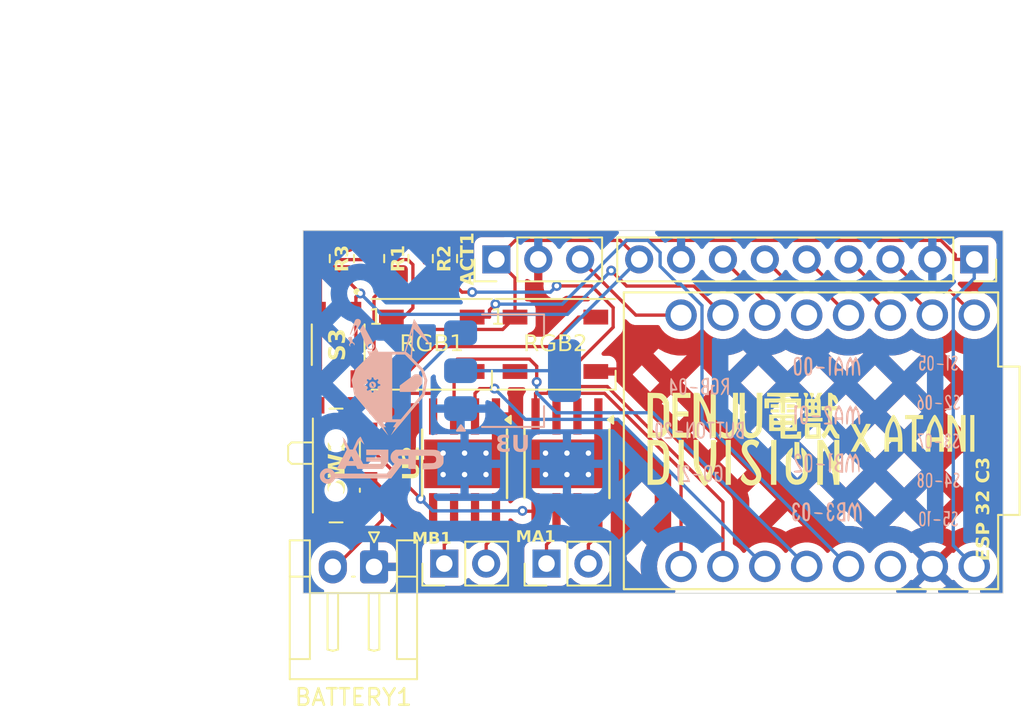
<source format=kicad_pcb>
(kicad_pcb (version 20240108) (generator "pcbnew") (generator_version "8.0")
  (layers (0 "F.Cu" signal) (31 "B.Cu" signal) (34 "B.Paste" user) (35 "F.Paste" user) (36 "B.SilkS" user "B.Silkscreen") (37 "F.SilkS" user "F.Silkscreen") (38 "B.Mask" user) (39 "F.Mask" user) (44 "Edge.Cuts" user))
  (net 0 "")
  (net 1 "Net-(U1-ILIM)")
  (net 2 "MAI2")
  (net 3 "VM")
  (net 4 "MAI1")
  (net 5 "MBI1")
  (net 6 "MBI2")
  (net 7 "Net-(BATTERY1-Pin_2)")
  (net 8 "MAO1")
  (net 9 "Net-(U2-ILIM)")
  (net 10 "MAO2")
  (net 11 "MBO2")
  (net 12 "MBO1")
  (net 13 "GO")
  (net 14 "GND")
  (net 15 "Vcc")
  (net 17 "BUTTON")
  (net 18 "RGB")
  (net 19 "S3")
  (net 20 "S4")
  (net 21 "S2")
  (net 22 "S5")
  (net 23 "S1")
  (net 24 "Net-(RGB1-DOUT)")
  (footprint "Package_SO:Texas_HTSOP-8-1EP_3.9x4.9mm_P1.27mm_EP2.95x4.9mm_Mask2.4x3.1mm_ThermalVias" (layer "F.Cu") (at 172.3 110.65 -90)
    (property "Reference" "U1" (hide yes))
    (property "Value" "DRV8871DDA")
    (pad "1" smd rect (at -2.875 -1.905 270) (size 2.2 0.5) (layers "F.Cu" "F.Paste" "F.Mask") (net 14 "GND"))
    (pad "2" smd rect (at -2.875 -0.635 270) (size 2.2 0.5) (layers "F.Cu" "F.Paste" "F.Mask") (net 4 "MAI1"))
    (pad "3" smd rect (at -2.875 0.635 270) (size 2.2 0.5) (layers "F.Cu" "F.Paste" "F.Mask") (net 2 "MAI2"))
    (pad "4" smd rect (at -2.875 1.905 270) (size 2.2 0.5) (layers "F.Cu" "F.Paste" "F.Mask") (net 1 "Net-(U1-ILIM)"))
    (pad "5" smd rect (at 2.875 1.905 270) (size 2.2 0.5) (layers "F.Cu" "F.Paste" "F.Mask") (net 3 "VM"))
    (pad "6" smd rect (at 2.875 0.635 270) (size 2.2 0.5) (layers "F.Cu" "F.Paste" "F.Mask") (net 8 "MAO1"))
    (pad "7" smd rect (at 2.875 -0.635 270) (size 2.2 0.5) (layers "F.Cu" "F.Paste" "F.Mask") (net 14 "GND"))
    (pad "8" smd rect (at 2.875 -1.905 270) (size 2.2 0.5) (layers "F.Cu" "F.Paste" "F.Mask") (net 10 "MAO2"))
    (pad "9" thru_hole circle (at -0.65 -1.3 270) (size 0.63 0.63) (drill 0.33) (layers "*.Cu" "*.Mask") (net 14 "GND"))
    (pad "9" thru_hole circle (at -0.65 0 270) (size 0.63 0.63) (drill 0.33) (layers "*.Cu" "*.Mask") (net 14 "GND"))
    (pad "9" thru_hole circle (at -0.65 1.3 270) (size 0.63 0.63) (drill 0.33) (layers "*.Cu" "*.Mask") (net 14 "GND"))
    (pad "9" smd rect (at 0 0 270) (size 2.6 3.3) (layers "B.Cu") (net 14 "GND"))
    (pad "9" smd rect (at 0 0 270) (size 2.95 4.9) (layers "F.Cu") (net 14 "GND"))
    (pad "9" thru_hole circle (at 0.65 -1.3 270) (size 0.63 0.63) (drill 0.33) (layers "*.Cu" "*.Mask") (net 14 "GND"))
    (pad "9" thru_hole circle (at 0.65 0 270) (size 0.63 0.63) (drill 0.33) (layers "*.Cu" "*.Mask") (net 14 "GND"))
    (pad "9" thru_hole circle (at 0.65 1.3 270) (size 0.63 0.63) (drill 0.33) (layers "*.Cu" "*.Mask") (net 14 "GND"))
  )
  (footprint "ESP32_C3_SM:SW_SKRPABE010" (layer "F.Cu") (at 158.425 103.425 -90)
    (property "Reference" "S3" (at 0 0 90) (layer "F.SilkS") (effects (font (thickness 0.1) (bold yes))))
    (property "Value" "SKRPABE010" (hide yes))
    (pad "1" smd rect (at -2.075 -1.075 270) (size 1.05 0.65) (layers "F.Cu" "F.Paste" "F.Mask") (net 17 "BUTTON"))
    (pad "2" smd rect (at 2.075 -1.075 270) (size 1.05 0.65) (layers "F.Cu" "F.Paste" "F.Mask") (net 17 "BUTTON"))
    (pad "3" smd rect (at -2.075 1.075 270) (size 1.05 0.65) (layers "F.Cu" "F.Paste" "F.Mask") (net 15 "Vcc"))
    (pad "4" smd rect (at 2.075 1.075 270) (size 1.05 0.65) (layers "F.Cu" "F.Paste" "F.Mask") (net 15 "Vcc"))
  )
  (footprint "LED_SMD:LED_WS2812B_PLCC4_5.0x5.0mm_P3.2mm" (layer "F.Cu") (at 171.6 103.4)
    (property "Reference" "RGB2" (at 0 0 0) (layer "F.SilkS"))
    (property "Value" "WS2812B")
    (fp_text user "1" (at -3.5 -1.6 0) (layer "F.SilkS"))
    (pad "1" smd rect (at -2.45 -1.65) (size 1.5 0.9) (layers "F.Cu" "F.Paste" "F.Mask") (net 15 "Vcc"))
    (pad "2" smd rect (at -2.45 1.65) (size 1.5 0.9) (layers "F.Cu" "F.Paste" "F.Mask"))
    (pad "3" smd rect (at 2.45 1.65) (size 1.5 0.9) (layers "F.Cu" "F.Paste" "F.Mask") (net 14 "GND"))
    (pad "4" smd rect (at 2.45 -1.65) (size 1.5 0.9) (layers "F.Cu" "F.Paste" "F.Mask") (net 24 "Net-(RGB1-DOUT)"))
  )
  (footprint "Connector_PinHeader_2.54mm:PinHeader_1x02_P2.54mm_Vertical" (layer "F.Cu") (at 171.06 116.7 90)
    (property "Reference" "MA1" (at 1.6 -0.66 0) (layer "F.SilkS") (effects (font (size 0.7 0.7) (thickness 0.175) (bold yes))))
    (property "Value" "Conn_01x02_Pin" (hide yes))
    (pad "1" thru_hole rect (at 0 0 90) (size 1.7 1.7) (drill 1) (layers "*.Cu" "*.Mask") (net 8 "MAO1"))
    (pad "2" thru_hole oval (at 0 2.54 90) (size 1.7 1.7) (drill 1) (layers "*.Cu" "*.Mask") (net 10 "MAO2"))
  )
  (footprint "Connector_PinHeader_2.54mm:PinHeader_1x02_P2.54mm_Vertical" (layer "F.Cu") (at 164.86 116.7 90)
    (property "Reference" "MB1" (at 1.5 -0.76 0) (layer "F.SilkS") (effects (font (size 0.7 0.7) (thickness 0.175) (bold yes))))
    (property "Value" "Conn_01x02_Pin" (hide yes))
    (pad "1" thru_hole rect (at 0 0 90) (size 1.7 1.7) (drill 1) (layers "*.Cu" "*.Mask") (net 12 "MBO1"))
    (pad "2" thru_hole oval (at 0 2.54 90) (size 1.7 1.7) (drill 1) (layers "*.Cu" "*.Mask") (net 11 "MBO2"))
  )
  (footprint "Package_SO:Texas_HTSOP-8-1EP_3.9x4.9mm_P1.27mm_EP2.95x4.9mm_Mask2.4x3.1mm_ThermalVias" (layer "F.Cu") (at 166.09 110.65 -90)
    (property "Reference" "U2" (at -0.05 3.19 90) (layer "F.SilkS") (effects (font (thickness 0.2) (bold yes))))
    (property "Value" "DRV8871DDA")
    (pad "1" smd rect (at -2.875 -1.905 270) (size 2.2 0.5) (layers "F.Cu" "F.Paste" "F.Mask") (net 14 "GND"))
    (pad "2" smd rect (at -2.875 -0.635 270) (size 2.2 0.5) (layers "F.Cu" "F.Paste" "F.Mask") (net 5 "MBI1"))
    (pad "3" smd rect (at -2.875 0.635 270) (size 2.2 0.5) (layers "F.Cu" "F.Paste" "F.Mask") (net 6 "MBI2"))
    (pad "4" smd rect (at -2.875 1.905 270) (size 2.2 0.5) (layers "F.Cu" "F.Paste" "F.Mask") (net 9 "Net-(U2-ILIM)"))
    (pad "5" smd rect (at 2.875 1.905 270) (size 2.2 0.5) (layers "F.Cu" "F.Paste" "F.Mask") (net 3 "VM"))
    (pad "6" smd rect (at 2.875 0.635 270) (size 2.2 0.5) (layers "F.Cu" "F.Paste" "F.Mask") (net 12 "MBO1"))
    (pad "7" smd rect (at 2.875 -0.635 270) (size 2.2 0.5) (layers "F.Cu" "F.Paste" "F.Mask") (net 14 "GND"))
    (pad "8" smd rect (at 2.875 -1.905 270) (size 2.2 0.5) (layers "F.Cu" "F.Paste" "F.Mask") (net 11 "MBO2"))
    (pad "9" thru_hole circle (at -0.65 -1.3 270) (size 0.63 0.63) (drill 0.33) (layers "*.Cu" "*.Mask") (net 14 "GND"))
    (pad "9" thru_hole circle (at -0.65 0 270) (size 0.63 0.63) (drill 0.33) (layers "*.Cu" "*.Mask") (net 14 "GND"))
    (pad "9" thru_hole circle (at -0.65 1.3 270) (size 0.63 0.63) (drill 0.33) (layers "*.Cu" "*.Mask") (net 14 "GND"))
    (pad "9" smd rect (at 0 0 270) (size 2.6 3.3) (layers "B.Cu") (net 14 "GND"))
    (pad "9" smd rect (at 0 0 270) (size 2.95 4.9) (layers "F.Cu") (net 14 "GND"))
    (pad "9" thru_hole circle (at 0.65 -1.3 270) (size 0.63 0.63) (drill 0.33) (layers "*.Cu" "*.Mask") (net 14 "GND"))
    (pad "9" thru_hole circle (at 0.65 0 270) (size 0.63 0.63) (drill 0.33) (layers "*.Cu" "*.Mask") (net 14 "GND"))
    (pad "9" thru_hole circle (at 0.65 1.3 270) (size 0.63 0.63) (drill 0.33) (layers "*.Cu" "*.Mask") (net 14 "GND"))
  )
  (footprint "LOGO" (layer "F.Cu") (at 187.1 109.1)
    (property "Reference" "G***" (hide yes))
    (property "Value" "LOGO" (hide yes))
  )
  (footprint "Resistor_SMD:R_0805_2012Metric_Pad1.20x1.40mm_HandSolder" (layer "F.Cu") (at 164.9 98.2 90)
    (property "Reference" "R2" (at 0 0 -90) (layer "F.SilkS") (effects (font (size 0.8 0.8) (thickness 0.2) (bold yes))))
    (property "Value" "R")
    (pad "1" smd roundrect (at -1 0 90) (size 1.2 1.4) (layers "F.Cu" "F.Paste" "F.Mask") (roundrect_rratio 0.208333) (net 1 "Net-(U1-ILIM)"))
    (pad "2" smd roundrect (at 1 0 90) (size 1.2 1.4) (layers "F.Cu" "F.Paste" "F.Mask") (roundrect_rratio 0.208333) (net 14 "GND"))
  )
  (footprint "Resistor_SMD:R_0805_2012Metric_Pad1.20x1.40mm_HandSolder" (layer "F.Cu") (at 161.95 98.2 90)
    (property "Reference" "R1" (at 0 0.15 -90) (layer "F.SilkS") (effects (font (size 0.8 0.8) (thickness 0.16) (bold yes))))
    (property "Value" "R")
    (pad "1" smd roundrect (at -1 0 90) (size 1.2 1.4) (layers "F.Cu" "F.Paste" "F.Mask") (roundrect_rratio 0.208333) (net 9 "Net-(U2-ILIM)"))
    (pad "2" smd roundrect (at 1 0 90) (size 1.2 1.4) (layers "F.Cu" "F.Paste" "F.Mask") (roundrect_rratio 0.208333) (net 14 "GND"))
  )
  (footprint "Button_Switch_SMD:SW_SPDT_PCM12" (layer "F.Cu") (at 158.62 110.75 -90)
    (property "Reference" "SW1" (at 0.05 0.22 90) (layer "F.SilkS") (effects (font (thickness 0.2) (bold yes))))
    (property "Value" "SW_SPDT" (hide yes))
    (pad "" smd rect (at -3.65 -0.78 270) (size 1 0.8) (layers "F.Cu" "F.Paste" "F.Mask"))
    (pad "" smd rect (at -3.65 1.43 270) (size 1 0.8) (layers "F.Cu" "F.Paste" "F.Mask"))
    (pad "" np_thru_hole circle (at -1.5 0.33 270) (size 0.9 0.9) (drill 0.9) (layers "*.Cu" "*.Mask"))
    (pad "" np_thru_hole circle (at 1.5 0.33 270) (size 0.9 0.9) (drill 0.9) (layers "*.Cu" "*.Mask"))
    (pad "" smd rect (at 3.65 -0.78 270) (size 1 0.8) (layers "F.Cu" "F.Paste" "F.Mask"))
    (pad "" smd rect (at 3.65 1.43 270) (size 1 0.8) (layers "F.Cu" "F.Paste" "F.Mask"))
    (pad "1" smd rect (at -2.25 -1.43 270) (size 0.7 1.5) (layers "F.Cu" "F.Paste" "F.Mask") (net 3 "VM"))
    (pad "2" smd rect (at 0.75 -1.43 270) (size 0.7 1.5) (layers "F.Cu" "F.Paste" "F.Mask") (net 7 "Net-(BATTERY1-Pin_2)"))
    (pad "3" smd rect (at 2.25 -1.43 270) (size 0.7 1.5) (layers "F.Cu" "F.Paste" "F.Mask"))
  )
  (footprint "Resistor_SMD:R_0805_2012Metric_Pad1.20x1.40mm_HandSolder" (layer "F.Cu") (at 158.65 98.2 90)
    (property "Reference" "R3" (at 0 0.05 -90) (layer "F.SilkS") (effects (font (size 0.8 0.8) (thickness 0.16) (bold yes))))
    (property "Value" "R")
    (pad "1" smd roundrect (at -1 0 90) (size 1.2 1.4) (layers "F.Cu" "F.Paste" "F.Mask") (roundrect_rratio 0.208333) (net 17 "BUTTON"))
    (pad "2" smd roundrect (at 1 0 90) (size 1.2 1.4) (layers "F.Cu" "F.Paste" "F.Mask") (roundrect_rratio 0.208333) (net 14 "GND"))
  )
  (footprint "Connector_JST:JST_EH_S2B-EH_1x02_P2.50mm_Horizontal" (layer "F.Cu") (at 160.6 116.9 180)
    (property "Reference" "BATTERY1" (at 1.25 -7.9 180) (layer "F.SilkS"))
    (property "Value" "Conn_01x02_Pin" (hide yes))
    (pad "1" thru_hole roundrect (at 0 0 180) (size 1.7 2) (drill 1) (layers "*.Cu" "*.Mask") (roundrect_rratio 0.147059) (net 14 "GND"))
    (pad "2" thru_hole oval (at 2.5 0 180) (size 1.7 2) (drill 1) (layers "*.Cu" "*.Mask") (net 7 "Net-(BATTERY1-Pin_2)"))
  )
  (footprint "ESP32_C3_SM:MODULE_ESP32-C3_SUPERMINI" (layer "F.Cu") (at 187.1 109.25 -90)
    (property "Reference" "ESP 32 C3" (at 4.15 -10.475 90) (layer "F.SilkS") (effects (font (size 0.8 0.8) (thickness 0.16) (bold yes))))
    (property "Value" "ESP32-C3_SUPERMINI" (hide yes))
    (pad "0" thru_hole circle (at 7.62 7.88 270) (size 1.905 1.905) (drill 1.27) (layers "*.Cu" "*.Mask") (net 4 "MAI1"))
    (pad "1" thru_hole circle (at 7.62 5.34 270) (size 1.905 1.905) (drill 1.27) (layers "*.Cu" "*.Mask") (net 2 "MAI2"))
    (pad "2" thru_hole circle (at 7.62 2.8 270) (size 1.905 1.905) (drill 1.27) (layers "*.Cu" "*.Mask") (net 5 "MBI1"))
    (pad "3" thru_hole circle (at 7.62 0.26 270) (size 1.905 1.905) (drill 1.27) (layers "*.Cu" "*.Mask") (net 6 "MBI2"))
    (pad "3.3" thru_hole circle (at 7.62 -4.82 270) (size 1.905 1.905) (drill 1.27) (layers "*.Cu" "*.Mask"))
    (pad "4" thru_hole circle (at 7.62 -2.28 270) (size 1.905 1.905) (drill 1.27) (layers "*.Cu" "*.Mask") (net 18 "RGB"))
    (pad "5" thru_hole circle (at -7.62 -9.9 270) (size 1.905 1.905) (drill 1.27) (layers "*.Cu" "*.Mask") (net 23 "S1"))
    (pad "5V" thru_hole circle (at 7.62 -9.9 270) (size 1.905 1.905) (drill 1.27) (layers "*.Cu" "*.Mask") (net 15 "Vcc"))
    (pad "6" thru_hole circle (at -7.62 -7.36 270) (size 1.905 1.905) (drill 1.27) (layers "*.Cu" "*.Mask") (net 21 "S2"))
    (pad "7" thru_hole circle (at -7.62 -4.82 270) (size 1.905 1.905) (drill 1.27) (layers "*.Cu" "*.Mask") (net 19 "S3"))
    (pad "8" thru_hole circle (at -7.62 -2.28 270) (size 1.905 1.905) (drill 1.27) (layers "*.Cu" "*.Mask") (net 20 "S4"))
    (pad "9" thru_hole circle (at -7.62 0.26 270) (size 1.905 1.905) (drill 1.27) (layers "*.Cu" "*.Mask"))
    (pad "10" thru_hole circle (at -7.62 2.8 270) (size 1.905 1.905) (drill 1.27) (layers "*.Cu" "*.Mask") (net 22 "S5"))
    (pad "20" thru_hole circle (at -7.62 5.34 270) (size 1.905 1.905) (drill 1.27) (layers "*.Cu" "*.Mask") (net 17 "BUTTON"))
    (pad "21" thru_hole circle (at -7.62 7.88 270) (size 1.905 1.905) (drill 1.27) (layers "*.Cu" "*.Mask") (net 13 "GO"))
    (pad "G" thru_hole circle (at 7.62 -7.36 270) (size 1.905 1.905) (drill 1.27) (layers "*.Cu" "*.Mask") (net 14 "GND"))
  )
  (footprint "Connector_PinHeader_2.54mm:PinHeader_1x03_P2.54mm_Vertical" (layer "F.Cu") (at 168.02 98.25 90)
    (property "Reference" "ACT1" (at 0.025 -1.72 -90) (layer "F.SilkS") (effects (font (size 0.8 0.8) (thickness 0.16) (bold yes))))
    (property "Value" "Conn_01x03_Pin" (hide yes))
    (pad "1" thru_hole rect (at 0 0 90) (size 1.7 1.7) (drill 1) (layers "*.Cu" "*.Mask") (net 15 "Vcc"))
    (pad "2" thru_hole oval (at 0 2.54 90) (size 1.7 1.7) (drill 1) (layers "*.Cu" "*.Mask") (net 14 "GND"))
    (pad "3" thru_hole oval (at 0 5.08 90) (size 1.7 1.7) (drill 1) (layers "*.Cu" "*.Mask") (net 13 "GO"))
  )
  (footprint "Connector_PinSocket_2.54mm:PinSocket_1x09_P2.54mm_Vertical" (layer "F.Cu") (at 197 98.25 -90)
    (property "Reference" "J1" (hide yes))
    (property "Value" "Conn_01x09_Pin" (hide yes))
    (pad "1" thru_hole rect (at 0 0 270) (size 1.7 1.7) (drill 1) (layers "*.Cu" "*.Mask") (net 15 "Vcc"))
    (pad "2" thru_hole oval (at 0 2.54 270) (size 1.7 1.7) (drill 1) (layers "*.Cu" "*.Mask") (net 14 "GND"))
    (pad "3" thru_hole oval (at 0 5.08 270) (size 1.7 1.7) (drill 1) (layers "*.Cu" "*.Mask") (net 23 "S1"))
    (pad "4" thru_hole oval (at 0 7.62 270) (size 1.7 1.7) (drill 1) (layers "*.Cu" "*.Mask") (net 21 "S2"))
    (pad "5" thru_hole oval (at 0 10.16 270) (size 1.7 1.7) (drill 1) (layers "*.Cu" "*.Mask") (net 19 "S3"))
    (pad "6" thru_hole oval (at 0 12.7 270) (size 1.7 1.7) (drill 1) (layers "*.Cu" "*.Mask") (net 20 "S4"))
    (pad "7" thru_hole oval (at 0 15.24 270) (size 1.7 1.7) (drill 1) (layers "*.Cu" "*.Mask") (net 22 "S5"))
    (pad "8" thru_hole oval (at 0 17.78 270) (size 1.7 1.7) (drill 1) (layers "*.Cu" "*.Mask") (net 14 "GND"))
    (pad "9" thru_hole oval (at 0 20.32 270) (size 1.7 1.7) (drill 1) (layers "*.Cu" "*.Mask") (net 15 "Vcc"))
  )
  (footprint "LED_SMD:LED_WS2812B_PLCC4_5.0x5.0mm_P3.2mm" (layer "F.Cu") (at 164.1 103.4)
    (property "Reference" "RGB1" (at 0 0 0) (layer "F.SilkS"))
    (property "Value" "WS2812B")
    (fp_text user "1" (at -3.4 -1.6 0) (layer "F.SilkS"))
    (pad "1" smd rect (at -2.45 -1.65) (size 1.5 0.9) (layers "F.Cu" "F.Paste" "F.Mask") (net 15 "Vcc"))
    (pad "2" smd rect (at -2.45 1.65) (size 1.5 0.9) (layers "F.Cu" "F.Paste" "F.Mask") (net 24 "Net-(RGB1-DOUT)"))
    (pad "3" smd rect (at 2.45 1.65) (size 1.5 0.9) (layers "F.Cu" "F.Paste" "F.Mask") (net 14 "GND"))
    (pad "4" smd rect (at 2.45 -1.65) (size 1.5 0.9) (layers "F.Cu" "F.Paste" "F.Mask") (net 18 "RGB"))
  )
  (footprint "LOGO" (layer "B.Cu") (at 161.075 106.85 180)
    (property "Reference" "G***" (hide yes))
    (property "Value" "LOGO" (hide yes))
  )
  (footprint "LOGO" (layer "B.Cu") (at 188.05 109.1 180)
    (property "Reference" "G***" (hide yes))
    (property "Value" "LOGO" (hide yes))
  )
  (footprint "LOGO" (layer "B.Cu") (at 180.325 108.475 180)
    (property "Reference" "G***" (hide yes))
    (property "Value" "LOGO" (hide yes))
  )
  (footprint "LOGO" (layer "B.Cu") (at 194.85 109.175 180)
    (property "Reference" "G***" (hide yes))
    (property "Value" "LOGO" (hide yes))
  )
  (footprint "Package_TO_SOT_SMD:SOT-223-3_TabPin2" (layer "B.Cu") (at 169 105)
    (property "Reference" "U3" (at 0 4.5 0) (layer "B.SilkS") (effects (font (thickness 0.2) (bold yes)) (justify mirror)))
    (property "Value" "AMS1117-5.0")
    (pad "1" smd roundrect (at -3.15 2.3) (size 2 1.5) (layers "B.Cu" "B.Paste" "B.Mask") (net 14 "GND"))
    (pad "2" smd roundrect (at -3.15 0) (size 2 1.5) (layers "B.Cu" "B.Paste" "B.Mask") (net 15 "Vcc"))
    (pad "2" smd roundrect (at 3.15 0) (size 2 3.8) (layers "B.Cu" "B.Paste" "B.Mask") (net 15 "Vcc"))
    (pad "3" smd roundrect (at -3.15 -2.3) (size 2 1.5) (layers "B.Cu" "B.Paste" "B.Mask") (net 3 "VM"))
  )
  (gr_rect (start 156.3 96.5) (end 198.75 118.5) (stroke (width 0.05)) (fill none) (layer "Edge.Cuts"))
  (segment (start 170.395 106.3733) (end 171.0941 106.3733) (width 0.2) (layer "F.Cu") (net 1))
  (segment (start 173.7889 99.8591) (end 171.6777 99.8591) (width 0.2) (layer "F.Cu") (net 1))
  (segment (start 171.0941 106.3733) (end 175.1017 102.3657) (width 0.2) (layer "F.Cu") (net 1))
  (segment (start 165.9375 100.2375) (end 166.5514 100.2375) (width 0.2) (layer "F.Cu") (net 1))
  (segment (start 170.395 107.775) (end 170.395 106.3733) (width 0.2) (layer "F.Cu") (net 1))
  (segment (start 175.1017 101.1719) (end 173.7889 99.8591) (width 0.2) (layer "F.Cu") (net 1))
  (segment (start 175.1017 102.3657) (end 175.1017 101.1719) (width 0.2) (layer "F.Cu") (net 1))
  (segment (start 164.9 99.2) (end 165.9375 100.2375) (width 0.2) (layer "F.Cu") (net 1))
  (via (at 166.5514 100.2375) (size 0.6) (drill 0.3) (layers "F.Cu" "B.Cu") (net 1))
  (via (at 171.6777 99.8591) (size 0.6) (drill 0.3) (layers "F.Cu" "B.Cu") (net 1))
  (segment (start 171.2993 100.2375) (end 171.6777 99.8591) (width 0.2) (layer "B.Cu") (net 1))
  (segment (start 166.5514 100.2375) (end 171.2993 100.2375) (width 0.2) (layer "B.Cu") (net 1))
  (segment (start 172.0773 105.961) (end 174.7486 105.961) (width 0.2) (layer "F.Cu") (net 2))
  (segment (start 174.7486 105.961) (end 181.76 112.9724) (width 0.2) (layer "F.Cu") (net 2))
  (segment (start 171.665 106.3733) (end 172.0773 105.961) (width 0.2) (layer "F.Cu") (net 2))
  (segment (start 181.76 112.9724) (end 181.76 116.87) (width 0.2) (layer "F.Cu") (net 2))
  (segment (start 171.665 107.775) (end 171.665 106.3733) (width 0.2) (layer "F.Cu") (net 2))
  (segment (start 160.05 109.39) (end 163.43 112.77) (width 0.2) (layer "F.Cu") (net 3))
  (segment (start 169.625 113.525) (end 169.6 113.5) (width 0.2) (layer "F.Cu") (net 3))
  (segment (start 160.05 108.5) (end 160.05 109.39) (width 0.2) (layer "F.Cu") (net 3))
  (segment (start 163.43 112.77) (end 164.185 113.525) (width 0.2) (layer "F.Cu") (net 3))
  (segment (start 170.395 113.525) (end 169.625 113.525) (width 0.2) (layer "F.Cu") (net 3))
  (via (at 163.43 112.77) (size 0.6) (drill 0.3) (layers "F.Cu" "B.Cu") (net 3))
  (via (at 169.6 113.5) (size 0.6) (drill 0.3) (layers "F.Cu" "B.Cu") (net 3))
  (segment (start 163.43 105.12) (end 165.85 102.7) (width 0.2) (layer "B.Cu") (net 3))
  (segment (start 163.43 112.77) (end 163.43 105.12) (width 0.2) (layer "B.Cu") (net 3))
  (segment (start 164.16 113.5) (end 163.43 112.77) (width 0.2) (layer "B.Cu") (net 3))
  (segment (start 169.6 113.5) (end 164.16 113.5) (width 0.2) (layer "B.Cu") (net 3))
  (segment (start 172.935 106.3733) (end 174.58 106.3733) (width 0.2) (layer "F.Cu") (net 4))
  (segment (start 179.22 111.0133) (end 179.22 116.87) (width 0.2) (layer "F.Cu") (net 4))
  (segment (start 172.935 107.775) (end 172.935 106.3733) (width 0.2) (layer "F.Cu") (net 4))
  (segment (start 174.58 106.3733) (end 179.22 111.0133) (width 0.2) (layer "F.Cu") (net 4))
  (segment (start 167.0108 106.0875) (end 166.725 106.3733) (width 0.2) (layer "F.Cu") (net 5))
  (segment (start 167.9093 106.0875) (end 167.0108 106.0875) (width 0.2) (layer "F.Cu") (net 5))
  (segment (start 166.725 107.775) (end 166.725 106.3733) (width 0.2) (layer "F.Cu") (net 5))
  (via (at 167.9093 106.0875) (size 0.6) (drill 0.3) (layers "F.Cu" "B.Cu") (net 5))
  (segment (start 167.9093 106.0875) (end 169.7744 107.9526) (width 0.2) (layer "B.Cu") (net 5))
  (segment (start 175.3826 107.9526) (end 184.3 116.87) (width 0.2) (layer "B.Cu") (net 5))
  (segment (start 169.7744 107.9526) (end 175.3826 107.9526) (width 0.2) (layer "B.Cu") (net 5))
  (segment (start 170.4657 104.7332) (end 170.0308 104.2983) (width 0.2) (layer "F.Cu") (net 6))
  (segment (start 170.0308 104.2983) (end 165.6535 104.2983) (width 0.2) (layer "F.Cu") (net 6))
  (segment (start 165.6535 104.2983) (end 165.455 104.4968) (width 0.2) (layer "F.Cu") (net 6))
  (segment (start 165.455 104.4968) (end 165.455 107.775) (width 0.2) (layer "F.Cu") (net 6))
  (segment (start 170.4657 105.6866) (end 170.4657 104.7332) (width 0.2) (layer "F.Cu") (net 6))
  (via (at 170.4657 105.6866) (size 0.6) (drill 0.3) (layers "F.Cu" "B.Cu") (net 6))
  (segment (start 186.84 116.87) (end 177.5209 107.5509) (width 0.2) (layer "B.Cu") (net 6))
  (segment (start 171.6644 107.5509) (end 170.4657 106.3522) (width 0.2) (layer "B.Cu") (net 6))
  (segment (start 177.5209 107.5509) (end 171.6644 107.5509) (width 0.2) (layer "B.Cu") (net 6))
  (segment (start 170.4657 106.3522) (end 170.4657 105.6866) (width 0.2) (layer "B.Cu") (net 6))
  (segment (start 161.1 114.05) (end 161.1 112.15) (width 0.2) (layer "F.Cu") (net 7))
  (segment (start 158.1 116.9) (end 158.25 116.9) (width 0.2) (layer "F.Cu") (net 7))
  (segment (start 158.25 116.9) (end 161.1 114.05) (width 0.2) (layer "F.Cu") (net 7))
  (segment (start 161.1 112.15) (end 160.45 111.5) (width 0.2) (layer "F.Cu") (net 7))
  (segment (start 160.45 111.5) (end 160.05 111.5) (width 0.2) (layer "F.Cu") (net 7))
  (segment (start 171.06 115.5483) (end 171.665 114.9433) (width 0.2) (layer "F.Cu") (net 8))
  (segment (start 171.665 114.9433) (end 171.665 113.525) (width 0.2) (layer "F.Cu") (net 8))
  (segment (start 171.06 116.7) (end 171.06 115.5483) (width 0.2) (layer "F.Cu") (net 8))
  (segment (start 161.331 106.3733) (end 160.5983 105.6406) (width 0.2) (layer "F.Cu") (net 9))
  (segment (start 160.5983 105.6406) (end 160.5983 100.5517) (width 0.2) (layer "F.Cu") (net 9))
  (segment (start 164.185 106.3733) (end 161.331 106.3733) (width 0.2) (layer "F.Cu") (net 9))
  (segment (start 164.185 107.775) (end 164.185 106.3733) (width 0.2) (layer "F.Cu") (net 9))
  (segment (start 160.5983 100.5517) (end 161.95 99.2) (width 0.2) (layer "F.Cu") (net 9))
  (segment (start 174.205 114.9433) (end 174.205 113.525) (width 0.2) (layer "F.Cu") (net 10))
  (segment (start 173.6 116.7) (end 173.6 115.5483) (width 0.2) (layer "F.Cu") (net 10))
  (segment (start 173.6 115.5483) (end 174.205 114.9433) (width 0.2) (layer "F.Cu") (net 10))
  (segment (start 167.995 114.9533) (end 167.995 113.525) (width 0.2) (layer "F.Cu") (net 11))
  (segment (start 167.4 116.7) (end 167.4 115.5483) (width 0.2) (layer "F.Cu") (net 11))
  (segment (start 167.4 115.5483) (end 167.995 114.9533) (width 0.2) (layer "F.Cu") (net 11))
  (segment (start 164.86 116.7) (end 164.86 115.5483) (width 0.2) (layer "F.Cu") (net 12))
  (segment (start 165.455 114.9533) (end 165.455 113.525) (width 0.2) (layer "F.Cu") (net 12))
  (segment (start 164.86 115.5483) (end 165.455 114.9533) (width 0.2) (layer "F.Cu") (net 12))
  (segment (start 176.48 101.63) (end 179.22 101.63) (width 0.2) (layer "F.Cu") (net 13))
  (segment (start 173.1 98.25) (end 176.48 101.63) (width 0.2) (layer "F.Cu") (net 13))
  (segment (start 197 98.25) (end 195.8483 98.25) (width 0.2) (layer "F.Cu") (net 15))
  (segment (start 168.4 102.5) (end 169.15 101.75) (width 0.2) (layer "F.Cu") (net 15))
  (segment (start 169.15 99.38) (end 168.02 98.25) (width 0.2) (layer "F.Cu") (net 15))
  (segment (start 157.35 102.1767) (end 157.35 104.6733) (width 0.2) (layer "F.Cu") (net 15))
  (segment (start 175.9317 97.0983) (end 175.73 97.3) (width 0.2) (layer "F.Cu") (net 15))
  (segment (start 175.53 97.1) (end 175.73 97.3) (width 0.2) (layer "F.Cu") (net 15))
  (segment (start 162.025 102.125) (end 162.4 102.5) (width 0.2) (layer "F.Cu") (net 15))
  (segment (start 157.35 101.35) (end 157.35 102.1767) (width 0.2) (layer "F.Cu") (net 15))
  (segment (start 161.65 101.75) (end 162.025 102.125) (width 0.2) (layer "F.Cu") (net 15))
  (segment (start 162.9572 101.1928) (end 162.9572 98.5689) (width 0.2) (layer "F.Cu") (net 15))
  (segment (start 195.8483 98.25) (end 195.8483 97.962) (width 0.2) (layer "F.Cu") (net 15))
  (segment (start 162.025 102.125) (end 162.9572 101.1928) (width 0.2) (layer "F.Cu") (net 15))
  (segment (start 175.73 97.3) (end 176.68 98.25) (width 0.2) (layer "F.Cu") (net 15))
  (segment (start 169.17 97.1) (end 175.53 97.1) (width 0.2) (layer "F.Cu") (net 15))
  (segment (start 168.02 98.25) (end 169.17 97.1) (width 0.2) (layer "F.Cu") (net 15))
  (segment (start 162.9572 98.5689) (end 162.6524 98.2641) (width 0.2) (layer "F.Cu") (net 15))
  (segment (start 157.35 98.8532) (end 157.35 101.35) (width 0.2) (layer "F.Cu") (net 15))
  (segment (start 157.35 105.5) (end 157.35 104.6733) (width 0.2) (layer "F.Cu") (net 15))
  (segment (start 162.4 102.5) (end 168.4 102.5) (width 0.2) (layer "F.Cu") (net 15))
  (segment (start 195.8483 97.962) (end 194.9846 97.0983) (width 0.2) (layer "F.Cu") (net 15))
  (segment (start 194.9846 97.0983) (end 175.9317 97.0983) (width 0.2) (layer "F.Cu") (net 15))
  (segment (start 162.6524 98.2641) (end 157.9391 98.2641) (width 0.2) (layer "F.Cu") (net 15))
  (segment (start 169.15 101.75) (end 169.15 99.38) (width 0.2) (layer "F.Cu") (net 15))
  (segment (start 157.9391 98.2641) (end 157.35 98.8532) (width 0.2) (layer "F.Cu") (net 15))
  (segment (start 172.15 102.78) (end 176.68 98.25) (width 0.2) (layer "B.Cu") (net 15))
  (segment (start 197 99.4017) (end 195.73 100.6717) (width 0.2) (layer "B.Cu") (net 15))
  (segment (start 197 98.25) (end 197 99.4017) (width 0.2) (layer "B.Cu") (net 15))
  (segment (start 172.15 105) (end 165.85 105) (width 0.2) (layer "B.Cu") (net 15))
  (segment (start 172.15 105) (end 172.15 102.78) (width 0.2) (layer "B.Cu") (net 15))
  (segment (start 195.73 115.6) (end 197 116.87) (width 0.2) (layer "B.Cu") (net 15))
  (segment (start 195.73 100.6717) (end 195.73 115.6) (width 0.2) (layer "B.Cu") (net 15))
  (segment (start 159.5606 100.5233) (end 159.5 100.5233) (width 0.2) (layer "F.Cu") (net 17))
  (segment (start 158.65 99.2) (end 158.6579 99.2) (width 0.2) (layer "F.Cu") (net 17))
  (segment (start 159.5 101.35) (end 159.5 100.5233) (width 0.2) (layer "F.Cu") (net 17))
  (segment (start 179.9976 99.8676) (end 175.92 99.8676) (width 0.2) (layer "F.Cu") (net 17))
  (segment (start 158.6579 99.2) (end 159.7709 100.313) (width 0.2) (layer "F.Cu") (net 17))
  (segment (start 175.92 99.8676) (end 174.9827 98.9303) (width 0.2) (layer "F.Cu") (net 17))
  (segment (start 159.7709 100.313) (end 159.5606 100.5233) (width 0.2) (layer "F.Cu") (net 17))
  (segment (start 159.5 105.5) (end 159.5 101.35) (width 0.2) (layer "F.Cu") (net 17))
  (segment (start 181.76 101.63) (end 179.9976 99.8676) (width 0.2) (layer "F.Cu") (net 17))
  (via (at 174.9827 98.9303) (size 0.6) (drill 0.3) (layers "F.Cu" "B.Cu") (net 17))
  (via (at 159.7709 100.313) (size 0.6) (drill 0.3) (layers "F.Cu" "B.Cu") (net 17))
  (segment (start 174.9827 98.9303) (end 172.3299 101.5831) (width 0.2) (layer "B.Cu") (net 17))
  (segment (start 161.041 101.5831) (end 159.7709 100.313) (width 0.2) (layer "B.Cu") (net 17))
  (segment (start 172.3299 101.5831) (end 161.041 101.5831) (width 0.2) (layer "B.Cu") (net 17))
  (segment (start 167.6017 101.327) (end 167.6017 101.75) (width 0.2) (layer "F.Cu") (net 18))
  (segment (start 166.55 101.75) (end 167.6017 101.75) (width 0.2) (layer "F.Cu") (net 18))
  (segment (start 167.9634 100.9653) (end 167.6017 101.327) (width 0.2) (layer "F.Cu") (net 18))
  (via (at 167.9634 100.9653) (size 0.6) (drill 0.3) (layers "F.Cu" "B.Cu") (net 18))
  (segment (start 177.95 98.6652) (end 179.0325 99.7477) (width 0.2) (layer "B.Cu") (net 18))
  (segment (start 180.49 107.98) (end 189.38 116.87) (width 0.2) (layer "B.Cu") (net 18))
  (segment (start 179.1873 99.7477) (end 180.49 101.0504) (width 0.2) (layer "B.Cu") (net 18))
  (segment (start 177.95 97.8334) (end 177.95 98.6652) (width 0.2) (layer "B.Cu") (net 18))
  (segment (start 180.49 101.0504) (end 180.49 107.98) (width 0.2) (layer "B.Cu") (net 18))
  (segment (start 175.8821 97.0967) (end 177.2133 97.0967) (width 0.2) (layer "B.Cu") (net 18))
  (segment (start 172.0135 100.9653) (end 175.8821 97.0967) (width 0.2) (layer "B.Cu") (net 18))
  (segment (start 167.9634 100.9653) (end 172.0135 100.9653) (width 0.2) (layer "B.Cu") (net 18))
  (segment (start 177.2133 97.0967) (end 177.95 97.8334) (width 0.2) (layer "B.Cu") (net 18))
  (segment (start 179.0325 99.7477) (end 179.1873 99.7477) (width 0.2) (layer "B.Cu") (net 18))
  (segment (start 188.59 100) (end 190.29 100) (width 0.2) (layer "F.Cu") (net 19))
  (segment (start 186.84 98.25) (end 188.59 100) (width 0.2) (layer "F.Cu") (net 19))
  (segment (start 190.29 100) (end 191.92 101.63) (width 0.2) (layer "F.Cu") (net 19))
  (segment (start 184.3 98.25) (end 186.05 100) (width 0.2) (layer "F.Cu") (net 20))
  (segment (start 187.75 100) (end 189.38 101.63) (width 0.2) (layer "F.Cu") (net 20))
  (segment (start 186.05 100) (end 187.75 100) (width 0.2) (layer "F.Cu") (net 20))
  (segment (start 191.13 100) (end 192.83 100) (width 0.2) (layer "F.Cu") (net 21))
  (segment (start 192.83 100) (end 194.46 101.63) (width 0.2) (layer "F.Cu") (net 21))
  (segment (start 189.38 98.25) (end 191.13 100) (width 0.2) (layer "F.Cu") (net 21))
  (segment (start 184.3 100.79) (end 184.3 101.63) (width 0.2) (layer "F.Cu") (net 22))
  (segment (start 181.76 98.25) (end 184.3 100.79) (width 0.2) (layer "F.Cu") (net 22))
  (segment (start 195.37 100) (end 197 101.63) (width 0.2) (layer "F.Cu") (net 23))
  (segment (start 193.67 100) (end 195.37 100) (width 0.2) (layer "F.Cu") (net 23))
  (segment (start 191.92 98.25) (end 193.67 100) (width 0.2) (layer "F.Cu") (net 23))
  (segment (start 162.7017 105.05) (end 164.2111 103.5406) (width 0.2) (layer "F.Cu") (net 24))
  (segment (start 171.2077 103.5406) (end 172.9983 101.75) (width 0.2) (layer "F.Cu") (net 24))
  (segment (start 174.05 101.75) (end 172.9983 101.75) (width 0.2) (layer "F.Cu") (net 24))
  (segment (start 161.65 105.05) (end 162.7017 105.05) (width 0.2) (layer "F.Cu") (net 24))
  (segment (start 164.2111 103.5406) (end 171.2077 103.5406) (width 0.2) (layer "F.Cu") (net 24))
  (zone (net 14) (net_name "GND") (layers "F&B.Cu") (connect_pads (clearance 0.5)) (min_thickness 0.25) (fill yes (mode hatch) (thermal_gap 0.5) (thermal_bridge_width 0.5) (hatch_thickness 1) (hatch_gap 1.5) (hatch_orientation 45) (hatch_border_algorithm hatch_thickness) (hatch_min_hole_area 0.3))
    (polygon (pts (xy 156.3 96.5) (xy 198.8 96.5) (xy 198.8 118.5) (xy 156.3 118.5)))
  )
)
</source>
